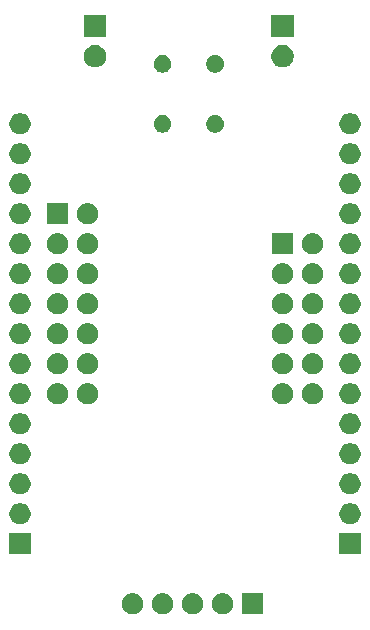
<source format=gbs>
G04 #@! TF.GenerationSoftware,KiCad,Pcbnew,(5.1.5-0-10_14)*
G04 #@! TF.CreationDate,2020-01-10T14:29:01+09:00*
G04 #@! TF.ProjectId,Zigbee2MQTT,5a696762-6565-4324-9d51-54542e6b6963,rev?*
G04 #@! TF.SameCoordinates,Original*
G04 #@! TF.FileFunction,Soldermask,Bot*
G04 #@! TF.FilePolarity,Negative*
%FSLAX46Y46*%
G04 Gerber Fmt 4.6, Leading zero omitted, Abs format (unit mm)*
G04 Created by KiCad (PCBNEW (5.1.5-0-10_14)) date 2020-01-10 14:29:01*
%MOMM*%
%LPD*%
G04 APERTURE LIST*
%ADD10C,0.100000*%
G04 APERTURE END LIST*
D10*
G36*
X146951000Y-115201000D02*
G01*
X145149000Y-115201000D01*
X145149000Y-113399000D01*
X146951000Y-113399000D01*
X146951000Y-115201000D01*
G37*
G36*
X143623512Y-113403927D02*
G01*
X143772812Y-113433624D01*
X143936784Y-113501544D01*
X144084354Y-113600147D01*
X144209853Y-113725646D01*
X144308456Y-113873216D01*
X144376376Y-114037188D01*
X144411000Y-114211259D01*
X144411000Y-114388741D01*
X144376376Y-114562812D01*
X144308456Y-114726784D01*
X144209853Y-114874354D01*
X144084354Y-114999853D01*
X143936784Y-115098456D01*
X143772812Y-115166376D01*
X143623512Y-115196073D01*
X143598742Y-115201000D01*
X143421258Y-115201000D01*
X143396488Y-115196073D01*
X143247188Y-115166376D01*
X143083216Y-115098456D01*
X142935646Y-114999853D01*
X142810147Y-114874354D01*
X142711544Y-114726784D01*
X142643624Y-114562812D01*
X142609000Y-114388741D01*
X142609000Y-114211259D01*
X142643624Y-114037188D01*
X142711544Y-113873216D01*
X142810147Y-113725646D01*
X142935646Y-113600147D01*
X143083216Y-113501544D01*
X143247188Y-113433624D01*
X143396488Y-113403927D01*
X143421258Y-113399000D01*
X143598742Y-113399000D01*
X143623512Y-113403927D01*
G37*
G36*
X141083512Y-113403927D02*
G01*
X141232812Y-113433624D01*
X141396784Y-113501544D01*
X141544354Y-113600147D01*
X141669853Y-113725646D01*
X141768456Y-113873216D01*
X141836376Y-114037188D01*
X141871000Y-114211259D01*
X141871000Y-114388741D01*
X141836376Y-114562812D01*
X141768456Y-114726784D01*
X141669853Y-114874354D01*
X141544354Y-114999853D01*
X141396784Y-115098456D01*
X141232812Y-115166376D01*
X141083512Y-115196073D01*
X141058742Y-115201000D01*
X140881258Y-115201000D01*
X140856488Y-115196073D01*
X140707188Y-115166376D01*
X140543216Y-115098456D01*
X140395646Y-114999853D01*
X140270147Y-114874354D01*
X140171544Y-114726784D01*
X140103624Y-114562812D01*
X140069000Y-114388741D01*
X140069000Y-114211259D01*
X140103624Y-114037188D01*
X140171544Y-113873216D01*
X140270147Y-113725646D01*
X140395646Y-113600147D01*
X140543216Y-113501544D01*
X140707188Y-113433624D01*
X140856488Y-113403927D01*
X140881258Y-113399000D01*
X141058742Y-113399000D01*
X141083512Y-113403927D01*
G37*
G36*
X138543512Y-113403927D02*
G01*
X138692812Y-113433624D01*
X138856784Y-113501544D01*
X139004354Y-113600147D01*
X139129853Y-113725646D01*
X139228456Y-113873216D01*
X139296376Y-114037188D01*
X139331000Y-114211259D01*
X139331000Y-114388741D01*
X139296376Y-114562812D01*
X139228456Y-114726784D01*
X139129853Y-114874354D01*
X139004354Y-114999853D01*
X138856784Y-115098456D01*
X138692812Y-115166376D01*
X138543512Y-115196073D01*
X138518742Y-115201000D01*
X138341258Y-115201000D01*
X138316488Y-115196073D01*
X138167188Y-115166376D01*
X138003216Y-115098456D01*
X137855646Y-114999853D01*
X137730147Y-114874354D01*
X137631544Y-114726784D01*
X137563624Y-114562812D01*
X137529000Y-114388741D01*
X137529000Y-114211259D01*
X137563624Y-114037188D01*
X137631544Y-113873216D01*
X137730147Y-113725646D01*
X137855646Y-113600147D01*
X138003216Y-113501544D01*
X138167188Y-113433624D01*
X138316488Y-113403927D01*
X138341258Y-113399000D01*
X138518742Y-113399000D01*
X138543512Y-113403927D01*
G37*
G36*
X136003512Y-113403927D02*
G01*
X136152812Y-113433624D01*
X136316784Y-113501544D01*
X136464354Y-113600147D01*
X136589853Y-113725646D01*
X136688456Y-113873216D01*
X136756376Y-114037188D01*
X136791000Y-114211259D01*
X136791000Y-114388741D01*
X136756376Y-114562812D01*
X136688456Y-114726784D01*
X136589853Y-114874354D01*
X136464354Y-114999853D01*
X136316784Y-115098456D01*
X136152812Y-115166376D01*
X136003512Y-115196073D01*
X135978742Y-115201000D01*
X135801258Y-115201000D01*
X135776488Y-115196073D01*
X135627188Y-115166376D01*
X135463216Y-115098456D01*
X135315646Y-114999853D01*
X135190147Y-114874354D01*
X135091544Y-114726784D01*
X135023624Y-114562812D01*
X134989000Y-114388741D01*
X134989000Y-114211259D01*
X135023624Y-114037188D01*
X135091544Y-113873216D01*
X135190147Y-113725646D01*
X135315646Y-113600147D01*
X135463216Y-113501544D01*
X135627188Y-113433624D01*
X135776488Y-113403927D01*
X135801258Y-113399000D01*
X135978742Y-113399000D01*
X136003512Y-113403927D01*
G37*
G36*
X127266000Y-110121000D02*
G01*
X125464000Y-110121000D01*
X125464000Y-108319000D01*
X127266000Y-108319000D01*
X127266000Y-110121000D01*
G37*
G36*
X155206000Y-110121000D02*
G01*
X153404000Y-110121000D01*
X153404000Y-108319000D01*
X155206000Y-108319000D01*
X155206000Y-110121000D01*
G37*
G36*
X126478512Y-105783927D02*
G01*
X126627812Y-105813624D01*
X126791784Y-105881544D01*
X126939354Y-105980147D01*
X127064853Y-106105646D01*
X127163456Y-106253216D01*
X127231376Y-106417188D01*
X127266000Y-106591259D01*
X127266000Y-106768741D01*
X127231376Y-106942812D01*
X127163456Y-107106784D01*
X127064853Y-107254354D01*
X126939354Y-107379853D01*
X126791784Y-107478456D01*
X126627812Y-107546376D01*
X126478512Y-107576073D01*
X126453742Y-107581000D01*
X126276258Y-107581000D01*
X126251488Y-107576073D01*
X126102188Y-107546376D01*
X125938216Y-107478456D01*
X125790646Y-107379853D01*
X125665147Y-107254354D01*
X125566544Y-107106784D01*
X125498624Y-106942812D01*
X125464000Y-106768741D01*
X125464000Y-106591259D01*
X125498624Y-106417188D01*
X125566544Y-106253216D01*
X125665147Y-106105646D01*
X125790646Y-105980147D01*
X125938216Y-105881544D01*
X126102188Y-105813624D01*
X126251488Y-105783927D01*
X126276258Y-105779000D01*
X126453742Y-105779000D01*
X126478512Y-105783927D01*
G37*
G36*
X154418512Y-105783927D02*
G01*
X154567812Y-105813624D01*
X154731784Y-105881544D01*
X154879354Y-105980147D01*
X155004853Y-106105646D01*
X155103456Y-106253216D01*
X155171376Y-106417188D01*
X155206000Y-106591259D01*
X155206000Y-106768741D01*
X155171376Y-106942812D01*
X155103456Y-107106784D01*
X155004853Y-107254354D01*
X154879354Y-107379853D01*
X154731784Y-107478456D01*
X154567812Y-107546376D01*
X154418512Y-107576073D01*
X154393742Y-107581000D01*
X154216258Y-107581000D01*
X154191488Y-107576073D01*
X154042188Y-107546376D01*
X153878216Y-107478456D01*
X153730646Y-107379853D01*
X153605147Y-107254354D01*
X153506544Y-107106784D01*
X153438624Y-106942812D01*
X153404000Y-106768741D01*
X153404000Y-106591259D01*
X153438624Y-106417188D01*
X153506544Y-106253216D01*
X153605147Y-106105646D01*
X153730646Y-105980147D01*
X153878216Y-105881544D01*
X154042188Y-105813624D01*
X154191488Y-105783927D01*
X154216258Y-105779000D01*
X154393742Y-105779000D01*
X154418512Y-105783927D01*
G37*
G36*
X154418512Y-103243927D02*
G01*
X154567812Y-103273624D01*
X154731784Y-103341544D01*
X154879354Y-103440147D01*
X155004853Y-103565646D01*
X155103456Y-103713216D01*
X155171376Y-103877188D01*
X155206000Y-104051259D01*
X155206000Y-104228741D01*
X155171376Y-104402812D01*
X155103456Y-104566784D01*
X155004853Y-104714354D01*
X154879354Y-104839853D01*
X154731784Y-104938456D01*
X154567812Y-105006376D01*
X154418512Y-105036073D01*
X154393742Y-105041000D01*
X154216258Y-105041000D01*
X154191488Y-105036073D01*
X154042188Y-105006376D01*
X153878216Y-104938456D01*
X153730646Y-104839853D01*
X153605147Y-104714354D01*
X153506544Y-104566784D01*
X153438624Y-104402812D01*
X153404000Y-104228741D01*
X153404000Y-104051259D01*
X153438624Y-103877188D01*
X153506544Y-103713216D01*
X153605147Y-103565646D01*
X153730646Y-103440147D01*
X153878216Y-103341544D01*
X154042188Y-103273624D01*
X154191488Y-103243927D01*
X154216258Y-103239000D01*
X154393742Y-103239000D01*
X154418512Y-103243927D01*
G37*
G36*
X126478512Y-103243927D02*
G01*
X126627812Y-103273624D01*
X126791784Y-103341544D01*
X126939354Y-103440147D01*
X127064853Y-103565646D01*
X127163456Y-103713216D01*
X127231376Y-103877188D01*
X127266000Y-104051259D01*
X127266000Y-104228741D01*
X127231376Y-104402812D01*
X127163456Y-104566784D01*
X127064853Y-104714354D01*
X126939354Y-104839853D01*
X126791784Y-104938456D01*
X126627812Y-105006376D01*
X126478512Y-105036073D01*
X126453742Y-105041000D01*
X126276258Y-105041000D01*
X126251488Y-105036073D01*
X126102188Y-105006376D01*
X125938216Y-104938456D01*
X125790646Y-104839853D01*
X125665147Y-104714354D01*
X125566544Y-104566784D01*
X125498624Y-104402812D01*
X125464000Y-104228741D01*
X125464000Y-104051259D01*
X125498624Y-103877188D01*
X125566544Y-103713216D01*
X125665147Y-103565646D01*
X125790646Y-103440147D01*
X125938216Y-103341544D01*
X126102188Y-103273624D01*
X126251488Y-103243927D01*
X126276258Y-103239000D01*
X126453742Y-103239000D01*
X126478512Y-103243927D01*
G37*
G36*
X126478512Y-100703927D02*
G01*
X126627812Y-100733624D01*
X126791784Y-100801544D01*
X126939354Y-100900147D01*
X127064853Y-101025646D01*
X127163456Y-101173216D01*
X127231376Y-101337188D01*
X127266000Y-101511259D01*
X127266000Y-101688741D01*
X127231376Y-101862812D01*
X127163456Y-102026784D01*
X127064853Y-102174354D01*
X126939354Y-102299853D01*
X126791784Y-102398456D01*
X126627812Y-102466376D01*
X126478512Y-102496073D01*
X126453742Y-102501000D01*
X126276258Y-102501000D01*
X126251488Y-102496073D01*
X126102188Y-102466376D01*
X125938216Y-102398456D01*
X125790646Y-102299853D01*
X125665147Y-102174354D01*
X125566544Y-102026784D01*
X125498624Y-101862812D01*
X125464000Y-101688741D01*
X125464000Y-101511259D01*
X125498624Y-101337188D01*
X125566544Y-101173216D01*
X125665147Y-101025646D01*
X125790646Y-100900147D01*
X125938216Y-100801544D01*
X126102188Y-100733624D01*
X126251488Y-100703927D01*
X126276258Y-100699000D01*
X126453742Y-100699000D01*
X126478512Y-100703927D01*
G37*
G36*
X154418512Y-100703927D02*
G01*
X154567812Y-100733624D01*
X154731784Y-100801544D01*
X154879354Y-100900147D01*
X155004853Y-101025646D01*
X155103456Y-101173216D01*
X155171376Y-101337188D01*
X155206000Y-101511259D01*
X155206000Y-101688741D01*
X155171376Y-101862812D01*
X155103456Y-102026784D01*
X155004853Y-102174354D01*
X154879354Y-102299853D01*
X154731784Y-102398456D01*
X154567812Y-102466376D01*
X154418512Y-102496073D01*
X154393742Y-102501000D01*
X154216258Y-102501000D01*
X154191488Y-102496073D01*
X154042188Y-102466376D01*
X153878216Y-102398456D01*
X153730646Y-102299853D01*
X153605147Y-102174354D01*
X153506544Y-102026784D01*
X153438624Y-101862812D01*
X153404000Y-101688741D01*
X153404000Y-101511259D01*
X153438624Y-101337188D01*
X153506544Y-101173216D01*
X153605147Y-101025646D01*
X153730646Y-100900147D01*
X153878216Y-100801544D01*
X154042188Y-100733624D01*
X154191488Y-100703927D01*
X154216258Y-100699000D01*
X154393742Y-100699000D01*
X154418512Y-100703927D01*
G37*
G36*
X154418512Y-98163927D02*
G01*
X154567812Y-98193624D01*
X154731784Y-98261544D01*
X154879354Y-98360147D01*
X155004853Y-98485646D01*
X155103456Y-98633216D01*
X155171376Y-98797188D01*
X155206000Y-98971259D01*
X155206000Y-99148741D01*
X155171376Y-99322812D01*
X155103456Y-99486784D01*
X155004853Y-99634354D01*
X154879354Y-99759853D01*
X154731784Y-99858456D01*
X154567812Y-99926376D01*
X154418512Y-99956073D01*
X154393742Y-99961000D01*
X154216258Y-99961000D01*
X154191488Y-99956073D01*
X154042188Y-99926376D01*
X153878216Y-99858456D01*
X153730646Y-99759853D01*
X153605147Y-99634354D01*
X153506544Y-99486784D01*
X153438624Y-99322812D01*
X153404000Y-99148741D01*
X153404000Y-98971259D01*
X153438624Y-98797188D01*
X153506544Y-98633216D01*
X153605147Y-98485646D01*
X153730646Y-98360147D01*
X153878216Y-98261544D01*
X154042188Y-98193624D01*
X154191488Y-98163927D01*
X154216258Y-98159000D01*
X154393742Y-98159000D01*
X154418512Y-98163927D01*
G37*
G36*
X126478512Y-98163927D02*
G01*
X126627812Y-98193624D01*
X126791784Y-98261544D01*
X126939354Y-98360147D01*
X127064853Y-98485646D01*
X127163456Y-98633216D01*
X127231376Y-98797188D01*
X127266000Y-98971259D01*
X127266000Y-99148741D01*
X127231376Y-99322812D01*
X127163456Y-99486784D01*
X127064853Y-99634354D01*
X126939354Y-99759853D01*
X126791784Y-99858456D01*
X126627812Y-99926376D01*
X126478512Y-99956073D01*
X126453742Y-99961000D01*
X126276258Y-99961000D01*
X126251488Y-99956073D01*
X126102188Y-99926376D01*
X125938216Y-99858456D01*
X125790646Y-99759853D01*
X125665147Y-99634354D01*
X125566544Y-99486784D01*
X125498624Y-99322812D01*
X125464000Y-99148741D01*
X125464000Y-98971259D01*
X125498624Y-98797188D01*
X125566544Y-98633216D01*
X125665147Y-98485646D01*
X125790646Y-98360147D01*
X125938216Y-98261544D01*
X126102188Y-98193624D01*
X126251488Y-98163927D01*
X126276258Y-98159000D01*
X126453742Y-98159000D01*
X126478512Y-98163927D01*
G37*
G36*
X154418512Y-95623927D02*
G01*
X154567812Y-95653624D01*
X154731784Y-95721544D01*
X154879354Y-95820147D01*
X155004853Y-95945646D01*
X155103456Y-96093216D01*
X155171376Y-96257188D01*
X155206000Y-96431259D01*
X155206000Y-96608741D01*
X155171376Y-96782812D01*
X155103456Y-96946784D01*
X155004853Y-97094354D01*
X154879354Y-97219853D01*
X154731784Y-97318456D01*
X154567812Y-97386376D01*
X154418512Y-97416073D01*
X154393742Y-97421000D01*
X154216258Y-97421000D01*
X154191488Y-97416073D01*
X154042188Y-97386376D01*
X153878216Y-97318456D01*
X153730646Y-97219853D01*
X153605147Y-97094354D01*
X153506544Y-96946784D01*
X153438624Y-96782812D01*
X153404000Y-96608741D01*
X153404000Y-96431259D01*
X153438624Y-96257188D01*
X153506544Y-96093216D01*
X153605147Y-95945646D01*
X153730646Y-95820147D01*
X153878216Y-95721544D01*
X154042188Y-95653624D01*
X154191488Y-95623927D01*
X154216258Y-95619000D01*
X154393742Y-95619000D01*
X154418512Y-95623927D01*
G37*
G36*
X151243512Y-95623927D02*
G01*
X151392812Y-95653624D01*
X151556784Y-95721544D01*
X151704354Y-95820147D01*
X151829853Y-95945646D01*
X151928456Y-96093216D01*
X151996376Y-96257188D01*
X152031000Y-96431259D01*
X152031000Y-96608741D01*
X151996376Y-96782812D01*
X151928456Y-96946784D01*
X151829853Y-97094354D01*
X151704354Y-97219853D01*
X151556784Y-97318456D01*
X151392812Y-97386376D01*
X151243512Y-97416073D01*
X151218742Y-97421000D01*
X151041258Y-97421000D01*
X151016488Y-97416073D01*
X150867188Y-97386376D01*
X150703216Y-97318456D01*
X150555646Y-97219853D01*
X150430147Y-97094354D01*
X150331544Y-96946784D01*
X150263624Y-96782812D01*
X150229000Y-96608741D01*
X150229000Y-96431259D01*
X150263624Y-96257188D01*
X150331544Y-96093216D01*
X150430147Y-95945646D01*
X150555646Y-95820147D01*
X150703216Y-95721544D01*
X150867188Y-95653624D01*
X151016488Y-95623927D01*
X151041258Y-95619000D01*
X151218742Y-95619000D01*
X151243512Y-95623927D01*
G37*
G36*
X148703512Y-95623927D02*
G01*
X148852812Y-95653624D01*
X149016784Y-95721544D01*
X149164354Y-95820147D01*
X149289853Y-95945646D01*
X149388456Y-96093216D01*
X149456376Y-96257188D01*
X149491000Y-96431259D01*
X149491000Y-96608741D01*
X149456376Y-96782812D01*
X149388456Y-96946784D01*
X149289853Y-97094354D01*
X149164354Y-97219853D01*
X149016784Y-97318456D01*
X148852812Y-97386376D01*
X148703512Y-97416073D01*
X148678742Y-97421000D01*
X148501258Y-97421000D01*
X148476488Y-97416073D01*
X148327188Y-97386376D01*
X148163216Y-97318456D01*
X148015646Y-97219853D01*
X147890147Y-97094354D01*
X147791544Y-96946784D01*
X147723624Y-96782812D01*
X147689000Y-96608741D01*
X147689000Y-96431259D01*
X147723624Y-96257188D01*
X147791544Y-96093216D01*
X147890147Y-95945646D01*
X148015646Y-95820147D01*
X148163216Y-95721544D01*
X148327188Y-95653624D01*
X148476488Y-95623927D01*
X148501258Y-95619000D01*
X148678742Y-95619000D01*
X148703512Y-95623927D01*
G37*
G36*
X132193512Y-95623927D02*
G01*
X132342812Y-95653624D01*
X132506784Y-95721544D01*
X132654354Y-95820147D01*
X132779853Y-95945646D01*
X132878456Y-96093216D01*
X132946376Y-96257188D01*
X132981000Y-96431259D01*
X132981000Y-96608741D01*
X132946376Y-96782812D01*
X132878456Y-96946784D01*
X132779853Y-97094354D01*
X132654354Y-97219853D01*
X132506784Y-97318456D01*
X132342812Y-97386376D01*
X132193512Y-97416073D01*
X132168742Y-97421000D01*
X131991258Y-97421000D01*
X131966488Y-97416073D01*
X131817188Y-97386376D01*
X131653216Y-97318456D01*
X131505646Y-97219853D01*
X131380147Y-97094354D01*
X131281544Y-96946784D01*
X131213624Y-96782812D01*
X131179000Y-96608741D01*
X131179000Y-96431259D01*
X131213624Y-96257188D01*
X131281544Y-96093216D01*
X131380147Y-95945646D01*
X131505646Y-95820147D01*
X131653216Y-95721544D01*
X131817188Y-95653624D01*
X131966488Y-95623927D01*
X131991258Y-95619000D01*
X132168742Y-95619000D01*
X132193512Y-95623927D01*
G37*
G36*
X129653512Y-95623927D02*
G01*
X129802812Y-95653624D01*
X129966784Y-95721544D01*
X130114354Y-95820147D01*
X130239853Y-95945646D01*
X130338456Y-96093216D01*
X130406376Y-96257188D01*
X130441000Y-96431259D01*
X130441000Y-96608741D01*
X130406376Y-96782812D01*
X130338456Y-96946784D01*
X130239853Y-97094354D01*
X130114354Y-97219853D01*
X129966784Y-97318456D01*
X129802812Y-97386376D01*
X129653512Y-97416073D01*
X129628742Y-97421000D01*
X129451258Y-97421000D01*
X129426488Y-97416073D01*
X129277188Y-97386376D01*
X129113216Y-97318456D01*
X128965646Y-97219853D01*
X128840147Y-97094354D01*
X128741544Y-96946784D01*
X128673624Y-96782812D01*
X128639000Y-96608741D01*
X128639000Y-96431259D01*
X128673624Y-96257188D01*
X128741544Y-96093216D01*
X128840147Y-95945646D01*
X128965646Y-95820147D01*
X129113216Y-95721544D01*
X129277188Y-95653624D01*
X129426488Y-95623927D01*
X129451258Y-95619000D01*
X129628742Y-95619000D01*
X129653512Y-95623927D01*
G37*
G36*
X126478512Y-95623927D02*
G01*
X126627812Y-95653624D01*
X126791784Y-95721544D01*
X126939354Y-95820147D01*
X127064853Y-95945646D01*
X127163456Y-96093216D01*
X127231376Y-96257188D01*
X127266000Y-96431259D01*
X127266000Y-96608741D01*
X127231376Y-96782812D01*
X127163456Y-96946784D01*
X127064853Y-97094354D01*
X126939354Y-97219853D01*
X126791784Y-97318456D01*
X126627812Y-97386376D01*
X126478512Y-97416073D01*
X126453742Y-97421000D01*
X126276258Y-97421000D01*
X126251488Y-97416073D01*
X126102188Y-97386376D01*
X125938216Y-97318456D01*
X125790646Y-97219853D01*
X125665147Y-97094354D01*
X125566544Y-96946784D01*
X125498624Y-96782812D01*
X125464000Y-96608741D01*
X125464000Y-96431259D01*
X125498624Y-96257188D01*
X125566544Y-96093216D01*
X125665147Y-95945646D01*
X125790646Y-95820147D01*
X125938216Y-95721544D01*
X126102188Y-95653624D01*
X126251488Y-95623927D01*
X126276258Y-95619000D01*
X126453742Y-95619000D01*
X126478512Y-95623927D01*
G37*
G36*
X126478512Y-93083927D02*
G01*
X126627812Y-93113624D01*
X126791784Y-93181544D01*
X126939354Y-93280147D01*
X127064853Y-93405646D01*
X127163456Y-93553216D01*
X127231376Y-93717188D01*
X127266000Y-93891259D01*
X127266000Y-94068741D01*
X127231376Y-94242812D01*
X127163456Y-94406784D01*
X127064853Y-94554354D01*
X126939354Y-94679853D01*
X126791784Y-94778456D01*
X126627812Y-94846376D01*
X126478512Y-94876073D01*
X126453742Y-94881000D01*
X126276258Y-94881000D01*
X126251488Y-94876073D01*
X126102188Y-94846376D01*
X125938216Y-94778456D01*
X125790646Y-94679853D01*
X125665147Y-94554354D01*
X125566544Y-94406784D01*
X125498624Y-94242812D01*
X125464000Y-94068741D01*
X125464000Y-93891259D01*
X125498624Y-93717188D01*
X125566544Y-93553216D01*
X125665147Y-93405646D01*
X125790646Y-93280147D01*
X125938216Y-93181544D01*
X126102188Y-93113624D01*
X126251488Y-93083927D01*
X126276258Y-93079000D01*
X126453742Y-93079000D01*
X126478512Y-93083927D01*
G37*
G36*
X151243512Y-93083927D02*
G01*
X151392812Y-93113624D01*
X151556784Y-93181544D01*
X151704354Y-93280147D01*
X151829853Y-93405646D01*
X151928456Y-93553216D01*
X151996376Y-93717188D01*
X152031000Y-93891259D01*
X152031000Y-94068741D01*
X151996376Y-94242812D01*
X151928456Y-94406784D01*
X151829853Y-94554354D01*
X151704354Y-94679853D01*
X151556784Y-94778456D01*
X151392812Y-94846376D01*
X151243512Y-94876073D01*
X151218742Y-94881000D01*
X151041258Y-94881000D01*
X151016488Y-94876073D01*
X150867188Y-94846376D01*
X150703216Y-94778456D01*
X150555646Y-94679853D01*
X150430147Y-94554354D01*
X150331544Y-94406784D01*
X150263624Y-94242812D01*
X150229000Y-94068741D01*
X150229000Y-93891259D01*
X150263624Y-93717188D01*
X150331544Y-93553216D01*
X150430147Y-93405646D01*
X150555646Y-93280147D01*
X150703216Y-93181544D01*
X150867188Y-93113624D01*
X151016488Y-93083927D01*
X151041258Y-93079000D01*
X151218742Y-93079000D01*
X151243512Y-93083927D01*
G37*
G36*
X148703512Y-93083927D02*
G01*
X148852812Y-93113624D01*
X149016784Y-93181544D01*
X149164354Y-93280147D01*
X149289853Y-93405646D01*
X149388456Y-93553216D01*
X149456376Y-93717188D01*
X149491000Y-93891259D01*
X149491000Y-94068741D01*
X149456376Y-94242812D01*
X149388456Y-94406784D01*
X149289853Y-94554354D01*
X149164354Y-94679853D01*
X149016784Y-94778456D01*
X148852812Y-94846376D01*
X148703512Y-94876073D01*
X148678742Y-94881000D01*
X148501258Y-94881000D01*
X148476488Y-94876073D01*
X148327188Y-94846376D01*
X148163216Y-94778456D01*
X148015646Y-94679853D01*
X147890147Y-94554354D01*
X147791544Y-94406784D01*
X147723624Y-94242812D01*
X147689000Y-94068741D01*
X147689000Y-93891259D01*
X147723624Y-93717188D01*
X147791544Y-93553216D01*
X147890147Y-93405646D01*
X148015646Y-93280147D01*
X148163216Y-93181544D01*
X148327188Y-93113624D01*
X148476488Y-93083927D01*
X148501258Y-93079000D01*
X148678742Y-93079000D01*
X148703512Y-93083927D01*
G37*
G36*
X154418512Y-93083927D02*
G01*
X154567812Y-93113624D01*
X154731784Y-93181544D01*
X154879354Y-93280147D01*
X155004853Y-93405646D01*
X155103456Y-93553216D01*
X155171376Y-93717188D01*
X155206000Y-93891259D01*
X155206000Y-94068741D01*
X155171376Y-94242812D01*
X155103456Y-94406784D01*
X155004853Y-94554354D01*
X154879354Y-94679853D01*
X154731784Y-94778456D01*
X154567812Y-94846376D01*
X154418512Y-94876073D01*
X154393742Y-94881000D01*
X154216258Y-94881000D01*
X154191488Y-94876073D01*
X154042188Y-94846376D01*
X153878216Y-94778456D01*
X153730646Y-94679853D01*
X153605147Y-94554354D01*
X153506544Y-94406784D01*
X153438624Y-94242812D01*
X153404000Y-94068741D01*
X153404000Y-93891259D01*
X153438624Y-93717188D01*
X153506544Y-93553216D01*
X153605147Y-93405646D01*
X153730646Y-93280147D01*
X153878216Y-93181544D01*
X154042188Y-93113624D01*
X154191488Y-93083927D01*
X154216258Y-93079000D01*
X154393742Y-93079000D01*
X154418512Y-93083927D01*
G37*
G36*
X129653512Y-93083927D02*
G01*
X129802812Y-93113624D01*
X129966784Y-93181544D01*
X130114354Y-93280147D01*
X130239853Y-93405646D01*
X130338456Y-93553216D01*
X130406376Y-93717188D01*
X130441000Y-93891259D01*
X130441000Y-94068741D01*
X130406376Y-94242812D01*
X130338456Y-94406784D01*
X130239853Y-94554354D01*
X130114354Y-94679853D01*
X129966784Y-94778456D01*
X129802812Y-94846376D01*
X129653512Y-94876073D01*
X129628742Y-94881000D01*
X129451258Y-94881000D01*
X129426488Y-94876073D01*
X129277188Y-94846376D01*
X129113216Y-94778456D01*
X128965646Y-94679853D01*
X128840147Y-94554354D01*
X128741544Y-94406784D01*
X128673624Y-94242812D01*
X128639000Y-94068741D01*
X128639000Y-93891259D01*
X128673624Y-93717188D01*
X128741544Y-93553216D01*
X128840147Y-93405646D01*
X128965646Y-93280147D01*
X129113216Y-93181544D01*
X129277188Y-93113624D01*
X129426488Y-93083927D01*
X129451258Y-93079000D01*
X129628742Y-93079000D01*
X129653512Y-93083927D01*
G37*
G36*
X132193512Y-93083927D02*
G01*
X132342812Y-93113624D01*
X132506784Y-93181544D01*
X132654354Y-93280147D01*
X132779853Y-93405646D01*
X132878456Y-93553216D01*
X132946376Y-93717188D01*
X132981000Y-93891259D01*
X132981000Y-94068741D01*
X132946376Y-94242812D01*
X132878456Y-94406784D01*
X132779853Y-94554354D01*
X132654354Y-94679853D01*
X132506784Y-94778456D01*
X132342812Y-94846376D01*
X132193512Y-94876073D01*
X132168742Y-94881000D01*
X131991258Y-94881000D01*
X131966488Y-94876073D01*
X131817188Y-94846376D01*
X131653216Y-94778456D01*
X131505646Y-94679853D01*
X131380147Y-94554354D01*
X131281544Y-94406784D01*
X131213624Y-94242812D01*
X131179000Y-94068741D01*
X131179000Y-93891259D01*
X131213624Y-93717188D01*
X131281544Y-93553216D01*
X131380147Y-93405646D01*
X131505646Y-93280147D01*
X131653216Y-93181544D01*
X131817188Y-93113624D01*
X131966488Y-93083927D01*
X131991258Y-93079000D01*
X132168742Y-93079000D01*
X132193512Y-93083927D01*
G37*
G36*
X132193512Y-90543927D02*
G01*
X132342812Y-90573624D01*
X132506784Y-90641544D01*
X132654354Y-90740147D01*
X132779853Y-90865646D01*
X132878456Y-91013216D01*
X132946376Y-91177188D01*
X132981000Y-91351259D01*
X132981000Y-91528741D01*
X132946376Y-91702812D01*
X132878456Y-91866784D01*
X132779853Y-92014354D01*
X132654354Y-92139853D01*
X132506784Y-92238456D01*
X132342812Y-92306376D01*
X132193512Y-92336073D01*
X132168742Y-92341000D01*
X131991258Y-92341000D01*
X131966488Y-92336073D01*
X131817188Y-92306376D01*
X131653216Y-92238456D01*
X131505646Y-92139853D01*
X131380147Y-92014354D01*
X131281544Y-91866784D01*
X131213624Y-91702812D01*
X131179000Y-91528741D01*
X131179000Y-91351259D01*
X131213624Y-91177188D01*
X131281544Y-91013216D01*
X131380147Y-90865646D01*
X131505646Y-90740147D01*
X131653216Y-90641544D01*
X131817188Y-90573624D01*
X131966488Y-90543927D01*
X131991258Y-90539000D01*
X132168742Y-90539000D01*
X132193512Y-90543927D01*
G37*
G36*
X129653512Y-90543927D02*
G01*
X129802812Y-90573624D01*
X129966784Y-90641544D01*
X130114354Y-90740147D01*
X130239853Y-90865646D01*
X130338456Y-91013216D01*
X130406376Y-91177188D01*
X130441000Y-91351259D01*
X130441000Y-91528741D01*
X130406376Y-91702812D01*
X130338456Y-91866784D01*
X130239853Y-92014354D01*
X130114354Y-92139853D01*
X129966784Y-92238456D01*
X129802812Y-92306376D01*
X129653512Y-92336073D01*
X129628742Y-92341000D01*
X129451258Y-92341000D01*
X129426488Y-92336073D01*
X129277188Y-92306376D01*
X129113216Y-92238456D01*
X128965646Y-92139853D01*
X128840147Y-92014354D01*
X128741544Y-91866784D01*
X128673624Y-91702812D01*
X128639000Y-91528741D01*
X128639000Y-91351259D01*
X128673624Y-91177188D01*
X128741544Y-91013216D01*
X128840147Y-90865646D01*
X128965646Y-90740147D01*
X129113216Y-90641544D01*
X129277188Y-90573624D01*
X129426488Y-90543927D01*
X129451258Y-90539000D01*
X129628742Y-90539000D01*
X129653512Y-90543927D01*
G37*
G36*
X154418512Y-90543927D02*
G01*
X154567812Y-90573624D01*
X154731784Y-90641544D01*
X154879354Y-90740147D01*
X155004853Y-90865646D01*
X155103456Y-91013216D01*
X155171376Y-91177188D01*
X155206000Y-91351259D01*
X155206000Y-91528741D01*
X155171376Y-91702812D01*
X155103456Y-91866784D01*
X155004853Y-92014354D01*
X154879354Y-92139853D01*
X154731784Y-92238456D01*
X154567812Y-92306376D01*
X154418512Y-92336073D01*
X154393742Y-92341000D01*
X154216258Y-92341000D01*
X154191488Y-92336073D01*
X154042188Y-92306376D01*
X153878216Y-92238456D01*
X153730646Y-92139853D01*
X153605147Y-92014354D01*
X153506544Y-91866784D01*
X153438624Y-91702812D01*
X153404000Y-91528741D01*
X153404000Y-91351259D01*
X153438624Y-91177188D01*
X153506544Y-91013216D01*
X153605147Y-90865646D01*
X153730646Y-90740147D01*
X153878216Y-90641544D01*
X154042188Y-90573624D01*
X154191488Y-90543927D01*
X154216258Y-90539000D01*
X154393742Y-90539000D01*
X154418512Y-90543927D01*
G37*
G36*
X151243512Y-90543927D02*
G01*
X151392812Y-90573624D01*
X151556784Y-90641544D01*
X151704354Y-90740147D01*
X151829853Y-90865646D01*
X151928456Y-91013216D01*
X151996376Y-91177188D01*
X152031000Y-91351259D01*
X152031000Y-91528741D01*
X151996376Y-91702812D01*
X151928456Y-91866784D01*
X151829853Y-92014354D01*
X151704354Y-92139853D01*
X151556784Y-92238456D01*
X151392812Y-92306376D01*
X151243512Y-92336073D01*
X151218742Y-92341000D01*
X151041258Y-92341000D01*
X151016488Y-92336073D01*
X150867188Y-92306376D01*
X150703216Y-92238456D01*
X150555646Y-92139853D01*
X150430147Y-92014354D01*
X150331544Y-91866784D01*
X150263624Y-91702812D01*
X150229000Y-91528741D01*
X150229000Y-91351259D01*
X150263624Y-91177188D01*
X150331544Y-91013216D01*
X150430147Y-90865646D01*
X150555646Y-90740147D01*
X150703216Y-90641544D01*
X150867188Y-90573624D01*
X151016488Y-90543927D01*
X151041258Y-90539000D01*
X151218742Y-90539000D01*
X151243512Y-90543927D01*
G37*
G36*
X148703512Y-90543927D02*
G01*
X148852812Y-90573624D01*
X149016784Y-90641544D01*
X149164354Y-90740147D01*
X149289853Y-90865646D01*
X149388456Y-91013216D01*
X149456376Y-91177188D01*
X149491000Y-91351259D01*
X149491000Y-91528741D01*
X149456376Y-91702812D01*
X149388456Y-91866784D01*
X149289853Y-92014354D01*
X149164354Y-92139853D01*
X149016784Y-92238456D01*
X148852812Y-92306376D01*
X148703512Y-92336073D01*
X148678742Y-92341000D01*
X148501258Y-92341000D01*
X148476488Y-92336073D01*
X148327188Y-92306376D01*
X148163216Y-92238456D01*
X148015646Y-92139853D01*
X147890147Y-92014354D01*
X147791544Y-91866784D01*
X147723624Y-91702812D01*
X147689000Y-91528741D01*
X147689000Y-91351259D01*
X147723624Y-91177188D01*
X147791544Y-91013216D01*
X147890147Y-90865646D01*
X148015646Y-90740147D01*
X148163216Y-90641544D01*
X148327188Y-90573624D01*
X148476488Y-90543927D01*
X148501258Y-90539000D01*
X148678742Y-90539000D01*
X148703512Y-90543927D01*
G37*
G36*
X126478512Y-90543927D02*
G01*
X126627812Y-90573624D01*
X126791784Y-90641544D01*
X126939354Y-90740147D01*
X127064853Y-90865646D01*
X127163456Y-91013216D01*
X127231376Y-91177188D01*
X127266000Y-91351259D01*
X127266000Y-91528741D01*
X127231376Y-91702812D01*
X127163456Y-91866784D01*
X127064853Y-92014354D01*
X126939354Y-92139853D01*
X126791784Y-92238456D01*
X126627812Y-92306376D01*
X126478512Y-92336073D01*
X126453742Y-92341000D01*
X126276258Y-92341000D01*
X126251488Y-92336073D01*
X126102188Y-92306376D01*
X125938216Y-92238456D01*
X125790646Y-92139853D01*
X125665147Y-92014354D01*
X125566544Y-91866784D01*
X125498624Y-91702812D01*
X125464000Y-91528741D01*
X125464000Y-91351259D01*
X125498624Y-91177188D01*
X125566544Y-91013216D01*
X125665147Y-90865646D01*
X125790646Y-90740147D01*
X125938216Y-90641544D01*
X126102188Y-90573624D01*
X126251488Y-90543927D01*
X126276258Y-90539000D01*
X126453742Y-90539000D01*
X126478512Y-90543927D01*
G37*
G36*
X154418512Y-88003927D02*
G01*
X154567812Y-88033624D01*
X154731784Y-88101544D01*
X154879354Y-88200147D01*
X155004853Y-88325646D01*
X155103456Y-88473216D01*
X155171376Y-88637188D01*
X155206000Y-88811259D01*
X155206000Y-88988741D01*
X155171376Y-89162812D01*
X155103456Y-89326784D01*
X155004853Y-89474354D01*
X154879354Y-89599853D01*
X154731784Y-89698456D01*
X154567812Y-89766376D01*
X154418512Y-89796073D01*
X154393742Y-89801000D01*
X154216258Y-89801000D01*
X154191488Y-89796073D01*
X154042188Y-89766376D01*
X153878216Y-89698456D01*
X153730646Y-89599853D01*
X153605147Y-89474354D01*
X153506544Y-89326784D01*
X153438624Y-89162812D01*
X153404000Y-88988741D01*
X153404000Y-88811259D01*
X153438624Y-88637188D01*
X153506544Y-88473216D01*
X153605147Y-88325646D01*
X153730646Y-88200147D01*
X153878216Y-88101544D01*
X154042188Y-88033624D01*
X154191488Y-88003927D01*
X154216258Y-87999000D01*
X154393742Y-87999000D01*
X154418512Y-88003927D01*
G37*
G36*
X132193512Y-88003927D02*
G01*
X132342812Y-88033624D01*
X132506784Y-88101544D01*
X132654354Y-88200147D01*
X132779853Y-88325646D01*
X132878456Y-88473216D01*
X132946376Y-88637188D01*
X132981000Y-88811259D01*
X132981000Y-88988741D01*
X132946376Y-89162812D01*
X132878456Y-89326784D01*
X132779853Y-89474354D01*
X132654354Y-89599853D01*
X132506784Y-89698456D01*
X132342812Y-89766376D01*
X132193512Y-89796073D01*
X132168742Y-89801000D01*
X131991258Y-89801000D01*
X131966488Y-89796073D01*
X131817188Y-89766376D01*
X131653216Y-89698456D01*
X131505646Y-89599853D01*
X131380147Y-89474354D01*
X131281544Y-89326784D01*
X131213624Y-89162812D01*
X131179000Y-88988741D01*
X131179000Y-88811259D01*
X131213624Y-88637188D01*
X131281544Y-88473216D01*
X131380147Y-88325646D01*
X131505646Y-88200147D01*
X131653216Y-88101544D01*
X131817188Y-88033624D01*
X131966488Y-88003927D01*
X131991258Y-87999000D01*
X132168742Y-87999000D01*
X132193512Y-88003927D01*
G37*
G36*
X126478512Y-88003927D02*
G01*
X126627812Y-88033624D01*
X126791784Y-88101544D01*
X126939354Y-88200147D01*
X127064853Y-88325646D01*
X127163456Y-88473216D01*
X127231376Y-88637188D01*
X127266000Y-88811259D01*
X127266000Y-88988741D01*
X127231376Y-89162812D01*
X127163456Y-89326784D01*
X127064853Y-89474354D01*
X126939354Y-89599853D01*
X126791784Y-89698456D01*
X126627812Y-89766376D01*
X126478512Y-89796073D01*
X126453742Y-89801000D01*
X126276258Y-89801000D01*
X126251488Y-89796073D01*
X126102188Y-89766376D01*
X125938216Y-89698456D01*
X125790646Y-89599853D01*
X125665147Y-89474354D01*
X125566544Y-89326784D01*
X125498624Y-89162812D01*
X125464000Y-88988741D01*
X125464000Y-88811259D01*
X125498624Y-88637188D01*
X125566544Y-88473216D01*
X125665147Y-88325646D01*
X125790646Y-88200147D01*
X125938216Y-88101544D01*
X126102188Y-88033624D01*
X126251488Y-88003927D01*
X126276258Y-87999000D01*
X126453742Y-87999000D01*
X126478512Y-88003927D01*
G37*
G36*
X129653512Y-88003927D02*
G01*
X129802812Y-88033624D01*
X129966784Y-88101544D01*
X130114354Y-88200147D01*
X130239853Y-88325646D01*
X130338456Y-88473216D01*
X130406376Y-88637188D01*
X130441000Y-88811259D01*
X130441000Y-88988741D01*
X130406376Y-89162812D01*
X130338456Y-89326784D01*
X130239853Y-89474354D01*
X130114354Y-89599853D01*
X129966784Y-89698456D01*
X129802812Y-89766376D01*
X129653512Y-89796073D01*
X129628742Y-89801000D01*
X129451258Y-89801000D01*
X129426488Y-89796073D01*
X129277188Y-89766376D01*
X129113216Y-89698456D01*
X128965646Y-89599853D01*
X128840147Y-89474354D01*
X128741544Y-89326784D01*
X128673624Y-89162812D01*
X128639000Y-88988741D01*
X128639000Y-88811259D01*
X128673624Y-88637188D01*
X128741544Y-88473216D01*
X128840147Y-88325646D01*
X128965646Y-88200147D01*
X129113216Y-88101544D01*
X129277188Y-88033624D01*
X129426488Y-88003927D01*
X129451258Y-87999000D01*
X129628742Y-87999000D01*
X129653512Y-88003927D01*
G37*
G36*
X148703512Y-88003927D02*
G01*
X148852812Y-88033624D01*
X149016784Y-88101544D01*
X149164354Y-88200147D01*
X149289853Y-88325646D01*
X149388456Y-88473216D01*
X149456376Y-88637188D01*
X149491000Y-88811259D01*
X149491000Y-88988741D01*
X149456376Y-89162812D01*
X149388456Y-89326784D01*
X149289853Y-89474354D01*
X149164354Y-89599853D01*
X149016784Y-89698456D01*
X148852812Y-89766376D01*
X148703512Y-89796073D01*
X148678742Y-89801000D01*
X148501258Y-89801000D01*
X148476488Y-89796073D01*
X148327188Y-89766376D01*
X148163216Y-89698456D01*
X148015646Y-89599853D01*
X147890147Y-89474354D01*
X147791544Y-89326784D01*
X147723624Y-89162812D01*
X147689000Y-88988741D01*
X147689000Y-88811259D01*
X147723624Y-88637188D01*
X147791544Y-88473216D01*
X147890147Y-88325646D01*
X148015646Y-88200147D01*
X148163216Y-88101544D01*
X148327188Y-88033624D01*
X148476488Y-88003927D01*
X148501258Y-87999000D01*
X148678742Y-87999000D01*
X148703512Y-88003927D01*
G37*
G36*
X151243512Y-88003927D02*
G01*
X151392812Y-88033624D01*
X151556784Y-88101544D01*
X151704354Y-88200147D01*
X151829853Y-88325646D01*
X151928456Y-88473216D01*
X151996376Y-88637188D01*
X152031000Y-88811259D01*
X152031000Y-88988741D01*
X151996376Y-89162812D01*
X151928456Y-89326784D01*
X151829853Y-89474354D01*
X151704354Y-89599853D01*
X151556784Y-89698456D01*
X151392812Y-89766376D01*
X151243512Y-89796073D01*
X151218742Y-89801000D01*
X151041258Y-89801000D01*
X151016488Y-89796073D01*
X150867188Y-89766376D01*
X150703216Y-89698456D01*
X150555646Y-89599853D01*
X150430147Y-89474354D01*
X150331544Y-89326784D01*
X150263624Y-89162812D01*
X150229000Y-88988741D01*
X150229000Y-88811259D01*
X150263624Y-88637188D01*
X150331544Y-88473216D01*
X150430147Y-88325646D01*
X150555646Y-88200147D01*
X150703216Y-88101544D01*
X150867188Y-88033624D01*
X151016488Y-88003927D01*
X151041258Y-87999000D01*
X151218742Y-87999000D01*
X151243512Y-88003927D01*
G37*
G36*
X129653512Y-85463927D02*
G01*
X129802812Y-85493624D01*
X129966784Y-85561544D01*
X130114354Y-85660147D01*
X130239853Y-85785646D01*
X130338456Y-85933216D01*
X130406376Y-86097188D01*
X130441000Y-86271259D01*
X130441000Y-86448741D01*
X130406376Y-86622812D01*
X130338456Y-86786784D01*
X130239853Y-86934354D01*
X130114354Y-87059853D01*
X129966784Y-87158456D01*
X129802812Y-87226376D01*
X129653512Y-87256073D01*
X129628742Y-87261000D01*
X129451258Y-87261000D01*
X129426488Y-87256073D01*
X129277188Y-87226376D01*
X129113216Y-87158456D01*
X128965646Y-87059853D01*
X128840147Y-86934354D01*
X128741544Y-86786784D01*
X128673624Y-86622812D01*
X128639000Y-86448741D01*
X128639000Y-86271259D01*
X128673624Y-86097188D01*
X128741544Y-85933216D01*
X128840147Y-85785646D01*
X128965646Y-85660147D01*
X129113216Y-85561544D01*
X129277188Y-85493624D01*
X129426488Y-85463927D01*
X129451258Y-85459000D01*
X129628742Y-85459000D01*
X129653512Y-85463927D01*
G37*
G36*
X151243512Y-85463927D02*
G01*
X151392812Y-85493624D01*
X151556784Y-85561544D01*
X151704354Y-85660147D01*
X151829853Y-85785646D01*
X151928456Y-85933216D01*
X151996376Y-86097188D01*
X152031000Y-86271259D01*
X152031000Y-86448741D01*
X151996376Y-86622812D01*
X151928456Y-86786784D01*
X151829853Y-86934354D01*
X151704354Y-87059853D01*
X151556784Y-87158456D01*
X151392812Y-87226376D01*
X151243512Y-87256073D01*
X151218742Y-87261000D01*
X151041258Y-87261000D01*
X151016488Y-87256073D01*
X150867188Y-87226376D01*
X150703216Y-87158456D01*
X150555646Y-87059853D01*
X150430147Y-86934354D01*
X150331544Y-86786784D01*
X150263624Y-86622812D01*
X150229000Y-86448741D01*
X150229000Y-86271259D01*
X150263624Y-86097188D01*
X150331544Y-85933216D01*
X150430147Y-85785646D01*
X150555646Y-85660147D01*
X150703216Y-85561544D01*
X150867188Y-85493624D01*
X151016488Y-85463927D01*
X151041258Y-85459000D01*
X151218742Y-85459000D01*
X151243512Y-85463927D01*
G37*
G36*
X126478512Y-85463927D02*
G01*
X126627812Y-85493624D01*
X126791784Y-85561544D01*
X126939354Y-85660147D01*
X127064853Y-85785646D01*
X127163456Y-85933216D01*
X127231376Y-86097188D01*
X127266000Y-86271259D01*
X127266000Y-86448741D01*
X127231376Y-86622812D01*
X127163456Y-86786784D01*
X127064853Y-86934354D01*
X126939354Y-87059853D01*
X126791784Y-87158456D01*
X126627812Y-87226376D01*
X126478512Y-87256073D01*
X126453742Y-87261000D01*
X126276258Y-87261000D01*
X126251488Y-87256073D01*
X126102188Y-87226376D01*
X125938216Y-87158456D01*
X125790646Y-87059853D01*
X125665147Y-86934354D01*
X125566544Y-86786784D01*
X125498624Y-86622812D01*
X125464000Y-86448741D01*
X125464000Y-86271259D01*
X125498624Y-86097188D01*
X125566544Y-85933216D01*
X125665147Y-85785646D01*
X125790646Y-85660147D01*
X125938216Y-85561544D01*
X126102188Y-85493624D01*
X126251488Y-85463927D01*
X126276258Y-85459000D01*
X126453742Y-85459000D01*
X126478512Y-85463927D01*
G37*
G36*
X148703512Y-85463927D02*
G01*
X148852812Y-85493624D01*
X149016784Y-85561544D01*
X149164354Y-85660147D01*
X149289853Y-85785646D01*
X149388456Y-85933216D01*
X149456376Y-86097188D01*
X149491000Y-86271259D01*
X149491000Y-86448741D01*
X149456376Y-86622812D01*
X149388456Y-86786784D01*
X149289853Y-86934354D01*
X149164354Y-87059853D01*
X149016784Y-87158456D01*
X148852812Y-87226376D01*
X148703512Y-87256073D01*
X148678742Y-87261000D01*
X148501258Y-87261000D01*
X148476488Y-87256073D01*
X148327188Y-87226376D01*
X148163216Y-87158456D01*
X148015646Y-87059853D01*
X147890147Y-86934354D01*
X147791544Y-86786784D01*
X147723624Y-86622812D01*
X147689000Y-86448741D01*
X147689000Y-86271259D01*
X147723624Y-86097188D01*
X147791544Y-85933216D01*
X147890147Y-85785646D01*
X148015646Y-85660147D01*
X148163216Y-85561544D01*
X148327188Y-85493624D01*
X148476488Y-85463927D01*
X148501258Y-85459000D01*
X148678742Y-85459000D01*
X148703512Y-85463927D01*
G37*
G36*
X132193512Y-85463927D02*
G01*
X132342812Y-85493624D01*
X132506784Y-85561544D01*
X132654354Y-85660147D01*
X132779853Y-85785646D01*
X132878456Y-85933216D01*
X132946376Y-86097188D01*
X132981000Y-86271259D01*
X132981000Y-86448741D01*
X132946376Y-86622812D01*
X132878456Y-86786784D01*
X132779853Y-86934354D01*
X132654354Y-87059853D01*
X132506784Y-87158456D01*
X132342812Y-87226376D01*
X132193512Y-87256073D01*
X132168742Y-87261000D01*
X131991258Y-87261000D01*
X131966488Y-87256073D01*
X131817188Y-87226376D01*
X131653216Y-87158456D01*
X131505646Y-87059853D01*
X131380147Y-86934354D01*
X131281544Y-86786784D01*
X131213624Y-86622812D01*
X131179000Y-86448741D01*
X131179000Y-86271259D01*
X131213624Y-86097188D01*
X131281544Y-85933216D01*
X131380147Y-85785646D01*
X131505646Y-85660147D01*
X131653216Y-85561544D01*
X131817188Y-85493624D01*
X131966488Y-85463927D01*
X131991258Y-85459000D01*
X132168742Y-85459000D01*
X132193512Y-85463927D01*
G37*
G36*
X154418512Y-85463927D02*
G01*
X154567812Y-85493624D01*
X154731784Y-85561544D01*
X154879354Y-85660147D01*
X155004853Y-85785646D01*
X155103456Y-85933216D01*
X155171376Y-86097188D01*
X155206000Y-86271259D01*
X155206000Y-86448741D01*
X155171376Y-86622812D01*
X155103456Y-86786784D01*
X155004853Y-86934354D01*
X154879354Y-87059853D01*
X154731784Y-87158456D01*
X154567812Y-87226376D01*
X154418512Y-87256073D01*
X154393742Y-87261000D01*
X154216258Y-87261000D01*
X154191488Y-87256073D01*
X154042188Y-87226376D01*
X153878216Y-87158456D01*
X153730646Y-87059853D01*
X153605147Y-86934354D01*
X153506544Y-86786784D01*
X153438624Y-86622812D01*
X153404000Y-86448741D01*
X153404000Y-86271259D01*
X153438624Y-86097188D01*
X153506544Y-85933216D01*
X153605147Y-85785646D01*
X153730646Y-85660147D01*
X153878216Y-85561544D01*
X154042188Y-85493624D01*
X154191488Y-85463927D01*
X154216258Y-85459000D01*
X154393742Y-85459000D01*
X154418512Y-85463927D01*
G37*
G36*
X154418512Y-82923927D02*
G01*
X154567812Y-82953624D01*
X154731784Y-83021544D01*
X154879354Y-83120147D01*
X155004853Y-83245646D01*
X155103456Y-83393216D01*
X155171376Y-83557188D01*
X155206000Y-83731259D01*
X155206000Y-83908741D01*
X155171376Y-84082812D01*
X155103456Y-84246784D01*
X155004853Y-84394354D01*
X154879354Y-84519853D01*
X154731784Y-84618456D01*
X154567812Y-84686376D01*
X154418512Y-84716073D01*
X154393742Y-84721000D01*
X154216258Y-84721000D01*
X154191488Y-84716073D01*
X154042188Y-84686376D01*
X153878216Y-84618456D01*
X153730646Y-84519853D01*
X153605147Y-84394354D01*
X153506544Y-84246784D01*
X153438624Y-84082812D01*
X153404000Y-83908741D01*
X153404000Y-83731259D01*
X153438624Y-83557188D01*
X153506544Y-83393216D01*
X153605147Y-83245646D01*
X153730646Y-83120147D01*
X153878216Y-83021544D01*
X154042188Y-82953624D01*
X154191488Y-82923927D01*
X154216258Y-82919000D01*
X154393742Y-82919000D01*
X154418512Y-82923927D01*
G37*
G36*
X129653512Y-82923927D02*
G01*
X129802812Y-82953624D01*
X129966784Y-83021544D01*
X130114354Y-83120147D01*
X130239853Y-83245646D01*
X130338456Y-83393216D01*
X130406376Y-83557188D01*
X130441000Y-83731259D01*
X130441000Y-83908741D01*
X130406376Y-84082812D01*
X130338456Y-84246784D01*
X130239853Y-84394354D01*
X130114354Y-84519853D01*
X129966784Y-84618456D01*
X129802812Y-84686376D01*
X129653512Y-84716073D01*
X129628742Y-84721000D01*
X129451258Y-84721000D01*
X129426488Y-84716073D01*
X129277188Y-84686376D01*
X129113216Y-84618456D01*
X128965646Y-84519853D01*
X128840147Y-84394354D01*
X128741544Y-84246784D01*
X128673624Y-84082812D01*
X128639000Y-83908741D01*
X128639000Y-83731259D01*
X128673624Y-83557188D01*
X128741544Y-83393216D01*
X128840147Y-83245646D01*
X128965646Y-83120147D01*
X129113216Y-83021544D01*
X129277188Y-82953624D01*
X129426488Y-82923927D01*
X129451258Y-82919000D01*
X129628742Y-82919000D01*
X129653512Y-82923927D01*
G37*
G36*
X149491000Y-84721000D02*
G01*
X147689000Y-84721000D01*
X147689000Y-82919000D01*
X149491000Y-82919000D01*
X149491000Y-84721000D01*
G37*
G36*
X151243512Y-82923927D02*
G01*
X151392812Y-82953624D01*
X151556784Y-83021544D01*
X151704354Y-83120147D01*
X151829853Y-83245646D01*
X151928456Y-83393216D01*
X151996376Y-83557188D01*
X152031000Y-83731259D01*
X152031000Y-83908741D01*
X151996376Y-84082812D01*
X151928456Y-84246784D01*
X151829853Y-84394354D01*
X151704354Y-84519853D01*
X151556784Y-84618456D01*
X151392812Y-84686376D01*
X151243512Y-84716073D01*
X151218742Y-84721000D01*
X151041258Y-84721000D01*
X151016488Y-84716073D01*
X150867188Y-84686376D01*
X150703216Y-84618456D01*
X150555646Y-84519853D01*
X150430147Y-84394354D01*
X150331544Y-84246784D01*
X150263624Y-84082812D01*
X150229000Y-83908741D01*
X150229000Y-83731259D01*
X150263624Y-83557188D01*
X150331544Y-83393216D01*
X150430147Y-83245646D01*
X150555646Y-83120147D01*
X150703216Y-83021544D01*
X150867188Y-82953624D01*
X151016488Y-82923927D01*
X151041258Y-82919000D01*
X151218742Y-82919000D01*
X151243512Y-82923927D01*
G37*
G36*
X126478512Y-82923927D02*
G01*
X126627812Y-82953624D01*
X126791784Y-83021544D01*
X126939354Y-83120147D01*
X127064853Y-83245646D01*
X127163456Y-83393216D01*
X127231376Y-83557188D01*
X127266000Y-83731259D01*
X127266000Y-83908741D01*
X127231376Y-84082812D01*
X127163456Y-84246784D01*
X127064853Y-84394354D01*
X126939354Y-84519853D01*
X126791784Y-84618456D01*
X126627812Y-84686376D01*
X126478512Y-84716073D01*
X126453742Y-84721000D01*
X126276258Y-84721000D01*
X126251488Y-84716073D01*
X126102188Y-84686376D01*
X125938216Y-84618456D01*
X125790646Y-84519853D01*
X125665147Y-84394354D01*
X125566544Y-84246784D01*
X125498624Y-84082812D01*
X125464000Y-83908741D01*
X125464000Y-83731259D01*
X125498624Y-83557188D01*
X125566544Y-83393216D01*
X125665147Y-83245646D01*
X125790646Y-83120147D01*
X125938216Y-83021544D01*
X126102188Y-82953624D01*
X126251488Y-82923927D01*
X126276258Y-82919000D01*
X126453742Y-82919000D01*
X126478512Y-82923927D01*
G37*
G36*
X132193512Y-82923927D02*
G01*
X132342812Y-82953624D01*
X132506784Y-83021544D01*
X132654354Y-83120147D01*
X132779853Y-83245646D01*
X132878456Y-83393216D01*
X132946376Y-83557188D01*
X132981000Y-83731259D01*
X132981000Y-83908741D01*
X132946376Y-84082812D01*
X132878456Y-84246784D01*
X132779853Y-84394354D01*
X132654354Y-84519853D01*
X132506784Y-84618456D01*
X132342812Y-84686376D01*
X132193512Y-84716073D01*
X132168742Y-84721000D01*
X131991258Y-84721000D01*
X131966488Y-84716073D01*
X131817188Y-84686376D01*
X131653216Y-84618456D01*
X131505646Y-84519853D01*
X131380147Y-84394354D01*
X131281544Y-84246784D01*
X131213624Y-84082812D01*
X131179000Y-83908741D01*
X131179000Y-83731259D01*
X131213624Y-83557188D01*
X131281544Y-83393216D01*
X131380147Y-83245646D01*
X131505646Y-83120147D01*
X131653216Y-83021544D01*
X131817188Y-82953624D01*
X131966488Y-82923927D01*
X131991258Y-82919000D01*
X132168742Y-82919000D01*
X132193512Y-82923927D01*
G37*
G36*
X154418512Y-80383927D02*
G01*
X154567812Y-80413624D01*
X154731784Y-80481544D01*
X154879354Y-80580147D01*
X155004853Y-80705646D01*
X155103456Y-80853216D01*
X155171376Y-81017188D01*
X155206000Y-81191259D01*
X155206000Y-81368741D01*
X155171376Y-81542812D01*
X155103456Y-81706784D01*
X155004853Y-81854354D01*
X154879354Y-81979853D01*
X154731784Y-82078456D01*
X154567812Y-82146376D01*
X154418512Y-82176073D01*
X154393742Y-82181000D01*
X154216258Y-82181000D01*
X154191488Y-82176073D01*
X154042188Y-82146376D01*
X153878216Y-82078456D01*
X153730646Y-81979853D01*
X153605147Y-81854354D01*
X153506544Y-81706784D01*
X153438624Y-81542812D01*
X153404000Y-81368741D01*
X153404000Y-81191259D01*
X153438624Y-81017188D01*
X153506544Y-80853216D01*
X153605147Y-80705646D01*
X153730646Y-80580147D01*
X153878216Y-80481544D01*
X154042188Y-80413624D01*
X154191488Y-80383927D01*
X154216258Y-80379000D01*
X154393742Y-80379000D01*
X154418512Y-80383927D01*
G37*
G36*
X126478512Y-80383927D02*
G01*
X126627812Y-80413624D01*
X126791784Y-80481544D01*
X126939354Y-80580147D01*
X127064853Y-80705646D01*
X127163456Y-80853216D01*
X127231376Y-81017188D01*
X127266000Y-81191259D01*
X127266000Y-81368741D01*
X127231376Y-81542812D01*
X127163456Y-81706784D01*
X127064853Y-81854354D01*
X126939354Y-81979853D01*
X126791784Y-82078456D01*
X126627812Y-82146376D01*
X126478512Y-82176073D01*
X126453742Y-82181000D01*
X126276258Y-82181000D01*
X126251488Y-82176073D01*
X126102188Y-82146376D01*
X125938216Y-82078456D01*
X125790646Y-81979853D01*
X125665147Y-81854354D01*
X125566544Y-81706784D01*
X125498624Y-81542812D01*
X125464000Y-81368741D01*
X125464000Y-81191259D01*
X125498624Y-81017188D01*
X125566544Y-80853216D01*
X125665147Y-80705646D01*
X125790646Y-80580147D01*
X125938216Y-80481544D01*
X126102188Y-80413624D01*
X126251488Y-80383927D01*
X126276258Y-80379000D01*
X126453742Y-80379000D01*
X126478512Y-80383927D01*
G37*
G36*
X130441000Y-82181000D02*
G01*
X128639000Y-82181000D01*
X128639000Y-80379000D01*
X130441000Y-80379000D01*
X130441000Y-82181000D01*
G37*
G36*
X132193512Y-80383927D02*
G01*
X132342812Y-80413624D01*
X132506784Y-80481544D01*
X132654354Y-80580147D01*
X132779853Y-80705646D01*
X132878456Y-80853216D01*
X132946376Y-81017188D01*
X132981000Y-81191259D01*
X132981000Y-81368741D01*
X132946376Y-81542812D01*
X132878456Y-81706784D01*
X132779853Y-81854354D01*
X132654354Y-81979853D01*
X132506784Y-82078456D01*
X132342812Y-82146376D01*
X132193512Y-82176073D01*
X132168742Y-82181000D01*
X131991258Y-82181000D01*
X131966488Y-82176073D01*
X131817188Y-82146376D01*
X131653216Y-82078456D01*
X131505646Y-81979853D01*
X131380147Y-81854354D01*
X131281544Y-81706784D01*
X131213624Y-81542812D01*
X131179000Y-81368741D01*
X131179000Y-81191259D01*
X131213624Y-81017188D01*
X131281544Y-80853216D01*
X131380147Y-80705646D01*
X131505646Y-80580147D01*
X131653216Y-80481544D01*
X131817188Y-80413624D01*
X131966488Y-80383927D01*
X131991258Y-80379000D01*
X132168742Y-80379000D01*
X132193512Y-80383927D01*
G37*
G36*
X154418512Y-77843927D02*
G01*
X154567812Y-77873624D01*
X154731784Y-77941544D01*
X154879354Y-78040147D01*
X155004853Y-78165646D01*
X155103456Y-78313216D01*
X155171376Y-78477188D01*
X155206000Y-78651259D01*
X155206000Y-78828741D01*
X155171376Y-79002812D01*
X155103456Y-79166784D01*
X155004853Y-79314354D01*
X154879354Y-79439853D01*
X154731784Y-79538456D01*
X154567812Y-79606376D01*
X154418512Y-79636073D01*
X154393742Y-79641000D01*
X154216258Y-79641000D01*
X154191488Y-79636073D01*
X154042188Y-79606376D01*
X153878216Y-79538456D01*
X153730646Y-79439853D01*
X153605147Y-79314354D01*
X153506544Y-79166784D01*
X153438624Y-79002812D01*
X153404000Y-78828741D01*
X153404000Y-78651259D01*
X153438624Y-78477188D01*
X153506544Y-78313216D01*
X153605147Y-78165646D01*
X153730646Y-78040147D01*
X153878216Y-77941544D01*
X154042188Y-77873624D01*
X154191488Y-77843927D01*
X154216258Y-77839000D01*
X154393742Y-77839000D01*
X154418512Y-77843927D01*
G37*
G36*
X126478512Y-77843927D02*
G01*
X126627812Y-77873624D01*
X126791784Y-77941544D01*
X126939354Y-78040147D01*
X127064853Y-78165646D01*
X127163456Y-78313216D01*
X127231376Y-78477188D01*
X127266000Y-78651259D01*
X127266000Y-78828741D01*
X127231376Y-79002812D01*
X127163456Y-79166784D01*
X127064853Y-79314354D01*
X126939354Y-79439853D01*
X126791784Y-79538456D01*
X126627812Y-79606376D01*
X126478512Y-79636073D01*
X126453742Y-79641000D01*
X126276258Y-79641000D01*
X126251488Y-79636073D01*
X126102188Y-79606376D01*
X125938216Y-79538456D01*
X125790646Y-79439853D01*
X125665147Y-79314354D01*
X125566544Y-79166784D01*
X125498624Y-79002812D01*
X125464000Y-78828741D01*
X125464000Y-78651259D01*
X125498624Y-78477188D01*
X125566544Y-78313216D01*
X125665147Y-78165646D01*
X125790646Y-78040147D01*
X125938216Y-77941544D01*
X126102188Y-77873624D01*
X126251488Y-77843927D01*
X126276258Y-77839000D01*
X126453742Y-77839000D01*
X126478512Y-77843927D01*
G37*
G36*
X154418512Y-75303927D02*
G01*
X154567812Y-75333624D01*
X154731784Y-75401544D01*
X154879354Y-75500147D01*
X155004853Y-75625646D01*
X155103456Y-75773216D01*
X155171376Y-75937188D01*
X155206000Y-76111259D01*
X155206000Y-76288741D01*
X155171376Y-76462812D01*
X155103456Y-76626784D01*
X155004853Y-76774354D01*
X154879354Y-76899853D01*
X154731784Y-76998456D01*
X154567812Y-77066376D01*
X154418512Y-77096073D01*
X154393742Y-77101000D01*
X154216258Y-77101000D01*
X154191488Y-77096073D01*
X154042188Y-77066376D01*
X153878216Y-76998456D01*
X153730646Y-76899853D01*
X153605147Y-76774354D01*
X153506544Y-76626784D01*
X153438624Y-76462812D01*
X153404000Y-76288741D01*
X153404000Y-76111259D01*
X153438624Y-75937188D01*
X153506544Y-75773216D01*
X153605147Y-75625646D01*
X153730646Y-75500147D01*
X153878216Y-75401544D01*
X154042188Y-75333624D01*
X154191488Y-75303927D01*
X154216258Y-75299000D01*
X154393742Y-75299000D01*
X154418512Y-75303927D01*
G37*
G36*
X126478512Y-75303927D02*
G01*
X126627812Y-75333624D01*
X126791784Y-75401544D01*
X126939354Y-75500147D01*
X127064853Y-75625646D01*
X127163456Y-75773216D01*
X127231376Y-75937188D01*
X127266000Y-76111259D01*
X127266000Y-76288741D01*
X127231376Y-76462812D01*
X127163456Y-76626784D01*
X127064853Y-76774354D01*
X126939354Y-76899853D01*
X126791784Y-76998456D01*
X126627812Y-77066376D01*
X126478512Y-77096073D01*
X126453742Y-77101000D01*
X126276258Y-77101000D01*
X126251488Y-77096073D01*
X126102188Y-77066376D01*
X125938216Y-76998456D01*
X125790646Y-76899853D01*
X125665147Y-76774354D01*
X125566544Y-76626784D01*
X125498624Y-76462812D01*
X125464000Y-76288741D01*
X125464000Y-76111259D01*
X125498624Y-75937188D01*
X125566544Y-75773216D01*
X125665147Y-75625646D01*
X125790646Y-75500147D01*
X125938216Y-75401544D01*
X126102188Y-75333624D01*
X126251488Y-75303927D01*
X126276258Y-75299000D01*
X126453742Y-75299000D01*
X126478512Y-75303927D01*
G37*
G36*
X154418512Y-72763927D02*
G01*
X154567812Y-72793624D01*
X154731784Y-72861544D01*
X154879354Y-72960147D01*
X155004853Y-73085646D01*
X155103456Y-73233216D01*
X155171376Y-73397188D01*
X155206000Y-73571259D01*
X155206000Y-73748741D01*
X155171376Y-73922812D01*
X155103456Y-74086784D01*
X155004853Y-74234354D01*
X154879354Y-74359853D01*
X154731784Y-74458456D01*
X154567812Y-74526376D01*
X154418512Y-74556073D01*
X154393742Y-74561000D01*
X154216258Y-74561000D01*
X154191488Y-74556073D01*
X154042188Y-74526376D01*
X153878216Y-74458456D01*
X153730646Y-74359853D01*
X153605147Y-74234354D01*
X153506544Y-74086784D01*
X153438624Y-73922812D01*
X153404000Y-73748741D01*
X153404000Y-73571259D01*
X153438624Y-73397188D01*
X153506544Y-73233216D01*
X153605147Y-73085646D01*
X153730646Y-72960147D01*
X153878216Y-72861544D01*
X154042188Y-72793624D01*
X154191488Y-72763927D01*
X154216258Y-72759000D01*
X154393742Y-72759000D01*
X154418512Y-72763927D01*
G37*
G36*
X126478512Y-72763927D02*
G01*
X126627812Y-72793624D01*
X126791784Y-72861544D01*
X126939354Y-72960147D01*
X127064853Y-73085646D01*
X127163456Y-73233216D01*
X127231376Y-73397188D01*
X127266000Y-73571259D01*
X127266000Y-73748741D01*
X127231376Y-73922812D01*
X127163456Y-74086784D01*
X127064853Y-74234354D01*
X126939354Y-74359853D01*
X126791784Y-74458456D01*
X126627812Y-74526376D01*
X126478512Y-74556073D01*
X126453742Y-74561000D01*
X126276258Y-74561000D01*
X126251488Y-74556073D01*
X126102188Y-74526376D01*
X125938216Y-74458456D01*
X125790646Y-74359853D01*
X125665147Y-74234354D01*
X125566544Y-74086784D01*
X125498624Y-73922812D01*
X125464000Y-73748741D01*
X125464000Y-73571259D01*
X125498624Y-73397188D01*
X125566544Y-73233216D01*
X125665147Y-73085646D01*
X125790646Y-72960147D01*
X125938216Y-72861544D01*
X126102188Y-72793624D01*
X126251488Y-72763927D01*
X126276258Y-72759000D01*
X126453742Y-72759000D01*
X126478512Y-72763927D01*
G37*
G36*
X143094059Y-72937860D02*
G01*
X143147865Y-72960147D01*
X143230732Y-72994472D01*
X143353735Y-73076660D01*
X143458340Y-73181265D01*
X143493054Y-73233218D01*
X143540529Y-73304270D01*
X143597140Y-73440941D01*
X143626000Y-73586032D01*
X143626000Y-73733968D01*
X143623061Y-73748742D01*
X143597140Y-73879059D01*
X143540528Y-74015732D01*
X143458340Y-74138735D01*
X143353735Y-74243340D01*
X143230732Y-74325528D01*
X143230731Y-74325529D01*
X143230730Y-74325529D01*
X143094059Y-74382140D01*
X142948968Y-74411000D01*
X142801032Y-74411000D01*
X142655941Y-74382140D01*
X142519270Y-74325529D01*
X142519269Y-74325529D01*
X142519268Y-74325528D01*
X142396265Y-74243340D01*
X142291660Y-74138735D01*
X142209472Y-74015732D01*
X142152860Y-73879059D01*
X142126939Y-73748742D01*
X142124000Y-73733968D01*
X142124000Y-73586032D01*
X142152860Y-73440941D01*
X142209471Y-73304270D01*
X142256946Y-73233218D01*
X142291660Y-73181265D01*
X142396265Y-73076660D01*
X142519268Y-72994472D01*
X142602136Y-72960147D01*
X142655941Y-72937860D01*
X142801032Y-72909000D01*
X142948968Y-72909000D01*
X143094059Y-72937860D01*
G37*
G36*
X138649059Y-72937860D02*
G01*
X138702865Y-72960147D01*
X138785732Y-72994472D01*
X138908735Y-73076660D01*
X139013340Y-73181265D01*
X139048054Y-73233218D01*
X139095529Y-73304270D01*
X139152140Y-73440941D01*
X139181000Y-73586032D01*
X139181000Y-73733968D01*
X139178061Y-73748742D01*
X139152140Y-73879059D01*
X139095528Y-74015732D01*
X139013340Y-74138735D01*
X138908735Y-74243340D01*
X138785732Y-74325528D01*
X138785731Y-74325529D01*
X138785730Y-74325529D01*
X138649059Y-74382140D01*
X138503968Y-74411000D01*
X138356032Y-74411000D01*
X138210941Y-74382140D01*
X138074270Y-74325529D01*
X138074269Y-74325529D01*
X138074268Y-74325528D01*
X137951265Y-74243340D01*
X137846660Y-74138735D01*
X137764472Y-74015732D01*
X137707860Y-73879059D01*
X137681939Y-73748742D01*
X137679000Y-73733968D01*
X137679000Y-73586032D01*
X137707860Y-73440941D01*
X137764471Y-73304270D01*
X137811946Y-73233218D01*
X137846660Y-73181265D01*
X137951265Y-73076660D01*
X138074268Y-72994472D01*
X138157136Y-72960147D01*
X138210941Y-72937860D01*
X138356032Y-72909000D01*
X138503968Y-72909000D01*
X138649059Y-72937860D01*
G37*
G36*
X138616245Y-67851333D02*
G01*
X138649059Y-67857860D01*
X138785732Y-67914472D01*
X138908735Y-67996660D01*
X139013340Y-68101265D01*
X139094277Y-68222396D01*
X139095529Y-68224270D01*
X139152140Y-68360941D01*
X139181000Y-68506032D01*
X139181000Y-68653968D01*
X139152140Y-68799059D01*
X139127124Y-68859454D01*
X139095528Y-68935732D01*
X139013340Y-69058735D01*
X138908735Y-69163340D01*
X138785732Y-69245528D01*
X138785731Y-69245529D01*
X138785730Y-69245529D01*
X138649059Y-69302140D01*
X138503968Y-69331000D01*
X138356032Y-69331000D01*
X138210941Y-69302140D01*
X138074270Y-69245529D01*
X138074269Y-69245529D01*
X138074268Y-69245528D01*
X137951265Y-69163340D01*
X137846660Y-69058735D01*
X137764472Y-68935732D01*
X137732877Y-68859454D01*
X137707860Y-68799059D01*
X137679000Y-68653968D01*
X137679000Y-68506032D01*
X137707860Y-68360941D01*
X137764471Y-68224270D01*
X137765723Y-68222396D01*
X137846660Y-68101265D01*
X137951265Y-67996660D01*
X138074268Y-67914472D01*
X138210941Y-67857860D01*
X138243755Y-67851333D01*
X138356032Y-67829000D01*
X138503968Y-67829000D01*
X138616245Y-67851333D01*
G37*
G36*
X143061245Y-67851333D02*
G01*
X143094059Y-67857860D01*
X143230732Y-67914472D01*
X143353735Y-67996660D01*
X143458340Y-68101265D01*
X143539277Y-68222396D01*
X143540529Y-68224270D01*
X143597140Y-68360941D01*
X143626000Y-68506032D01*
X143626000Y-68653968D01*
X143597140Y-68799059D01*
X143572124Y-68859454D01*
X143540528Y-68935732D01*
X143458340Y-69058735D01*
X143353735Y-69163340D01*
X143230732Y-69245528D01*
X143230731Y-69245529D01*
X143230730Y-69245529D01*
X143094059Y-69302140D01*
X142948968Y-69331000D01*
X142801032Y-69331000D01*
X142655941Y-69302140D01*
X142519270Y-69245529D01*
X142519269Y-69245529D01*
X142519268Y-69245528D01*
X142396265Y-69163340D01*
X142291660Y-69058735D01*
X142209472Y-68935732D01*
X142177877Y-68859454D01*
X142152860Y-68799059D01*
X142124000Y-68653968D01*
X142124000Y-68506032D01*
X142152860Y-68360941D01*
X142209471Y-68224270D01*
X142210723Y-68222396D01*
X142291660Y-68101265D01*
X142396265Y-67996660D01*
X142519268Y-67914472D01*
X142655941Y-67857860D01*
X142688755Y-67851333D01*
X142801032Y-67829000D01*
X142948968Y-67829000D01*
X143061245Y-67851333D01*
G37*
G36*
X132992395Y-67030546D02*
G01*
X133165466Y-67102234D01*
X133165467Y-67102235D01*
X133321227Y-67206310D01*
X133453690Y-67338773D01*
X133453691Y-67338775D01*
X133557766Y-67494534D01*
X133629454Y-67667605D01*
X133666000Y-67851333D01*
X133666000Y-68038667D01*
X133629454Y-68222395D01*
X133557766Y-68395466D01*
X133557765Y-68395467D01*
X133453690Y-68551227D01*
X133321227Y-68683690D01*
X133242818Y-68736081D01*
X133165466Y-68787766D01*
X132992395Y-68859454D01*
X132808667Y-68896000D01*
X132621333Y-68896000D01*
X132437605Y-68859454D01*
X132264534Y-68787766D01*
X132187182Y-68736081D01*
X132108773Y-68683690D01*
X131976310Y-68551227D01*
X131872235Y-68395467D01*
X131872234Y-68395466D01*
X131800546Y-68222395D01*
X131764000Y-68038667D01*
X131764000Y-67851333D01*
X131800546Y-67667605D01*
X131872234Y-67494534D01*
X131976309Y-67338775D01*
X131976310Y-67338773D01*
X132108773Y-67206310D01*
X132264533Y-67102235D01*
X132264534Y-67102234D01*
X132437605Y-67030546D01*
X132621333Y-66994000D01*
X132808667Y-66994000D01*
X132992395Y-67030546D01*
G37*
G36*
X148867395Y-67030546D02*
G01*
X149040466Y-67102234D01*
X149040467Y-67102235D01*
X149196227Y-67206310D01*
X149328690Y-67338773D01*
X149328691Y-67338775D01*
X149432766Y-67494534D01*
X149504454Y-67667605D01*
X149541000Y-67851333D01*
X149541000Y-68038667D01*
X149504454Y-68222395D01*
X149432766Y-68395466D01*
X149432765Y-68395467D01*
X149328690Y-68551227D01*
X149196227Y-68683690D01*
X149117818Y-68736081D01*
X149040466Y-68787766D01*
X148867395Y-68859454D01*
X148683667Y-68896000D01*
X148496333Y-68896000D01*
X148312605Y-68859454D01*
X148139534Y-68787766D01*
X148062182Y-68736081D01*
X147983773Y-68683690D01*
X147851310Y-68551227D01*
X147747235Y-68395467D01*
X147747234Y-68395466D01*
X147675546Y-68222395D01*
X147639000Y-68038667D01*
X147639000Y-67851333D01*
X147675546Y-67667605D01*
X147747234Y-67494534D01*
X147851309Y-67338775D01*
X147851310Y-67338773D01*
X147983773Y-67206310D01*
X148139533Y-67102235D01*
X148139534Y-67102234D01*
X148312605Y-67030546D01*
X148496333Y-66994000D01*
X148683667Y-66994000D01*
X148867395Y-67030546D01*
G37*
G36*
X133666000Y-66356000D02*
G01*
X131764000Y-66356000D01*
X131764000Y-64454000D01*
X133666000Y-64454000D01*
X133666000Y-66356000D01*
G37*
G36*
X149541000Y-66356000D02*
G01*
X147639000Y-66356000D01*
X147639000Y-64454000D01*
X149541000Y-64454000D01*
X149541000Y-66356000D01*
G37*
M02*

</source>
